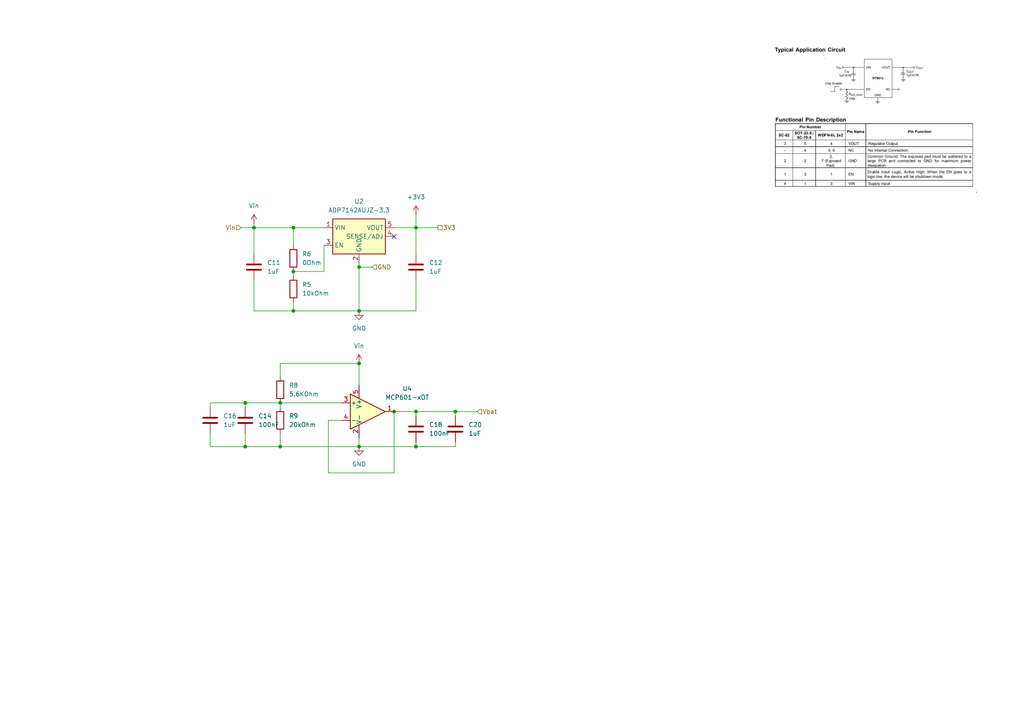
<source format=kicad_sch>
(kicad_sch (version 20250114) (generator "eeschema") (generator_version "9.0")
  (paper "A4")
  (lib_symbols
    (symbol "Amplifier_Operational:MCP601-xOT" (pin_names (offset 0.127))
      (property "Reference" "U" (at -1.27 6.35 0))
      (property "Value" "MCP601-xOT" (at -1.27 3.81 0))
      (symbol "MCP601-xOT_0_1"
        (polyline (pts (xy -5.08 5.08) (xy 5.08 0) (xy -5.08 -5.08) (xy -5.08 5.08)) (stroke (width 0.254)) (fill (type background)))
        (pin power_in line (at -2.54 7.62 270) (length 3.81) (name "V+") (number "5"))
        (pin power_in line (at -2.54 -7.62 90) (length 3.81) (name "V-") (number "2"))
      )
      (symbol "MCP601-xOT_1_1"
        (pin input line (at -7.62 2.54 0) (length 2.54) (name "+") (number "3"))
        (pin input line (at -7.62 -2.54 0) (length 2.54) (name "-") (number "4"))
        (pin output line (at 7.62 0 180) (length 2.54) (name "~") (number "1"))
      )
    )
    (symbol "Device:C" (pin_numbers (hide yes)) (pin_names (offset 0.254))
      (property "Reference" "C" (at 0.635 2.54 0))
      (property "Value" "C" (at 0.635 -2.54 0))
      (symbol "C_0_1"
        (polyline (pts (xy -2.032 0.762) (xy 2.032 0.762)) (stroke (width 0.508)))
        (polyline (pts (xy -2.032 -0.762) (xy 2.032 -0.762)) (stroke (width 0.508)))
      )
      (symbol "C_1_1"
        (pin passive line (at 0 3.81 270) (length 2.794) (name "~") (number "1"))
        (pin passive line (at 0 -3.81 90) (length 2.794) (name "~") (number "2"))
      )
    )
    (symbol "Device:R" (pin_numbers (hide yes)) (pin_names (offset 0))
      (property "Reference" "R" (at 2.032 0 90))
      (property "Value" "R" (at 0 0 90))
      (symbol "R_0_1"
        (rectangle (start -1.016 -2.54) (end 1.016 2.54) (stroke (width 0.254)))
      )
      (symbol "R_1_1"
        (pin passive line (at 0 3.81 270) (length 1.27) (name "~") (number "1"))
        (pin passive line (at 0 -3.81 90) (length 1.27) (name "~") (number "2"))
      )
    )
    (symbol "Regulator_Linear:ADP7142AUJZ-3.3"
      (property "Reference" "U" (at 0 8.89 0))
      (property "Value" "ADP7142AUJZ-3.3" (at 0 6.35 0))
      (symbol "ADP7142AUJZ-3.3_0_1"
        (rectangle (start -7.62 5.08) (end 7.62 -5.08) (stroke (width 0.254)) (fill (type background)))
      )
      (symbol "ADP7142AUJZ-3.3_1_1"
        (pin power_in line (at -10.16 2.54 0) (length 2.54) (name "VIN") (number "1"))
        (pin input line (at -10.16 -2.54 0) (length 2.54) (name "EN") (number "3"))
        (pin power_in line (at 0 -7.62 90) (length 2.54) (name "GND") (number "2"))
        (pin power_out line (at 10.16 2.54 180) (length 2.54) (name "VOUT") (number "5"))
        (pin input line (at 10.16 0 180) (length 2.54) (name "SENSE/ADJ") (number "4"))
      )
    )
    (symbol "power:+3V3" (power) (pin_numbers (hide yes)) (pin_names (offset 0) (hide yes))
      (property "Value" "+3V3" (at 0 3.556 0))
      (symbol "+3V3_0_1"
        (polyline (pts (xy -0.762 1.27) (xy 0 2.54)))
        (polyline (pts (xy 0 2.54) (xy 0.762 1.27)))
        (polyline (pts (xy 0 0) (xy 0 2.54)))
      )
      (symbol "+3V3_1_1"
        (pin power_in line (at 0 0 90) (length 0) (name "~") (number "1"))
      )
    )
    (symbol "power:GND" (power) (pin_numbers (hide yes)) (pin_names (offset 0) (hide yes))
      (property "Value" "GND" (at 0 -3.81 0))
      (symbol "GND_0_1"
        (polyline (pts (xy 0 0) (xy 0 -1.27) (xy 1.27 -1.27) (xy 0 -2.54) (xy -1.27 -1.27) (xy 0 -1.27)))
      )
      (symbol "GND_1_1"
        (pin power_in line (at 0 0 270) (length 0) (name "~") (number "1"))
      )
    )
  )
  (junction (at 120.65 66.04))
  (junction (at 71.12 116.84))
  (junction (at 71.12 129.54))
  (junction (at 104.14 90.17))
  (junction (at 120.65 119.38))
  (junction (at 85.09 90.17))
  (junction (at 104.14 105.41))
  (junction (at 85.09 78.74))
  (junction (at 81.28 129.54))
  (junction (at 81.28 116.84))
  (junction (at 104.14 77.47))
  (junction (at 120.65 129.54))
  (junction (at 85.09 66.04))
  (junction (at 73.66 66.04))
  (junction (at 114.3 119.38))
  (junction (at 132.08 119.38))
  (junction (at 104.14 129.54))
  (no_connect (at 114.3 68.58))
  (wire (pts (xy 120.65 81.28) (xy 120.65 90.17)))
  (wire (pts (xy 132.08 128.27) (xy 132.08 129.54)))
  (wire (pts (xy 71.12 129.54) (xy 81.28 129.54)))
  (wire (pts (xy 95.25 121.92) (xy 95.25 137.16)))
  (wire (pts (xy 85.09 66.04) (xy 85.09 71.12)))
  (wire (pts (xy 93.98 78.74) (xy 93.98 71.12)))
  (wire (pts (xy 81.28 116.84) (xy 81.28 118.11)))
  (wire (pts (xy 120.65 66.04) (xy 127 66.04)))
  (wire (pts (xy 104.14 76.2) (xy 104.14 77.47)))
  (wire (pts (xy 73.66 64.77) (xy 73.66 66.04)))
  (wire (pts (xy 60.96 125.73) (xy 60.96 129.54)))
  (wire (pts (xy 73.66 81.28) (xy 73.66 90.17)))
  (wire (pts (xy 114.3 66.04) (xy 120.65 66.04)))
  (wire (pts (xy 120.65 119.38) (xy 120.65 120.65)))
  (wire (pts (xy 60.96 118.11) (xy 60.96 116.84)))
  (wire (pts (xy 85.09 87.63) (xy 85.09 90.17)))
  (wire (pts (xy 81.28 116.84) (xy 99.06 116.84)))
  (wire (pts (xy 120.65 128.27) (xy 120.65 129.54)))
  (wire (pts (xy 95.25 137.16) (xy 114.3 137.16)))
  (wire (pts (xy 81.28 105.41) (xy 104.14 105.41)))
  (wire (pts (xy 60.96 116.84) (xy 71.12 116.84)))
  (wire (pts (xy 132.08 120.65) (xy 132.08 119.38)))
  (wire (pts (xy 60.96 129.54) (xy 71.12 129.54)))
  (wire (pts (xy 132.08 119.38) (xy 138.43 119.38)))
  (wire (pts (xy 114.3 119.38) (xy 114.3 137.16)))
  (wire (pts (xy 71.12 125.73) (xy 71.12 129.54)))
  (wire (pts (xy 132.08 119.38) (xy 120.65 119.38)))
  (wire (pts (xy 73.66 66.04) (xy 85.09 66.04)))
  (wire (pts (xy 104.14 77.47) (xy 104.14 90.17)))
  (wire (pts (xy 81.28 125.73) (xy 81.28 129.54)))
  (wire (pts (xy 71.12 118.11) (xy 71.12 116.84)))
  (wire (pts (xy 104.14 105.41) (xy 104.14 111.76)))
  (wire (pts (xy 73.66 90.17) (xy 85.09 90.17)))
  (wire (pts (xy 132.08 129.54) (xy 120.65 129.54)))
  (wire (pts (xy 120.65 66.04) (xy 120.65 73.66)))
  (wire (pts (xy 71.12 116.84) (xy 81.28 116.84)))
  (wire (pts (xy 85.09 78.74) (xy 85.09 80.01)))
  (wire (pts (xy 120.65 90.17) (xy 104.14 90.17)))
  (wire (pts (xy 73.66 66.04) (xy 73.66 73.66)))
  (wire (pts (xy 104.14 77.47) (xy 107.95 77.47)))
  (wire (pts (xy 104.14 129.54) (xy 120.65 129.54)))
  (wire (pts (xy 104.14 127) (xy 104.14 129.54)))
  (wire (pts (xy 69.85 66.04) (xy 73.66 66.04)))
  (wire (pts (xy 85.09 90.17) (xy 104.14 90.17)))
  (wire (pts (xy 85.09 66.04) (xy 93.98 66.04)))
  (wire (pts (xy 99.06 121.92) (xy 95.25 121.92)))
  (wire (pts (xy 81.28 129.54) (xy 104.14 129.54)))
  (wire (pts (xy 120.65 62.23) (xy 120.65 66.04)))
  (wire (pts (xy 114.3 119.38) (xy 120.65 119.38)))
  (wire (pts (xy 85.09 78.74) (xy 93.98 78.74)))
  (wire (pts (xy 81.28 109.22) (xy 81.28 105.41)))
  (image (at 253.492 34.798))
  (hierarchical_label "3V3" (shape passive) (at 127 66.04 0))
  (hierarchical_label "GND" (shape input) (at 107.95 77.47 0))
  (hierarchical_label "Vin" (shape input) (at 69.85 66.04 180))
  (hierarchical_label "Vbat" (shape input) (at 138.43 119.38 0))
  (symbol (lib_id "power:+3V3") (at 73.66 64.77 0) (unit 1)
    (property "Reference" "#PWR034" (effects (hide yes)))
    (property "Value" "Vin" (at 73.66 59.69 0))
    (property "Description" "Power symbol creates a global label with name \"+3V3\"" (effects (hide yes)))
  )
  (symbol (lib_id "Device:C") (at 120.65 124.46 0) (unit 1)
    (property "Reference" "C18" (at 124.46 123.1899 0) (effects (justify left)))
    (property "Value" "100nF" (at 124.46 125.7299 0) (effects (justify left)))
    (property "Footprint" "Capacitor_SMD:C_0603_1608Metric" (effects (hide yes)))
    (property "Description" "Unpolarized capacitor" (effects (hide yes)))
  )
  (symbol (lib_id "Device:R") (at 85.09 83.82 0) (unit 1)
    (property "Reference" "R5" (at 87.63 82.5499 0) (effects (justify left)))
    (property "Value" "10kOhm" (at 87.63 85.0899 0) (effects (justify left)))
    (property "Footprint" "Capacitor_SMD:C_0603_1608Metric" (effects (hide yes)))
    (property "Description" "Resistor" (effects (hide yes)))
  )
  (symbol (lib_id "Regulator_Linear:ADP7142AUJZ-3.3") (at 104.14 68.58 0) (unit 1)
    (property "Reference" "U2" (at 104.14 58.42 0))
    (property "Value" "ADP7142AUJZ-3.3" (at 104.14 60.96 0))
    (property "Footprint" "Package_TO_SOT_SMD:TSOT-23-5" (effects (hide yes)))
    (property "Datasheet" "https://www.analog.com/media/en/technical-documentation/data-sheets/ADP7142.pdf" (effects (hide yes)))
    (property "Description" "200mA, Low Noise, CMOS Low Dropout Regulator, Positive, 3.3V Fixed Output, TSOT-23-5" (effects (hide yes)))
  )
  (symbol (lib_id "power:GND") (at 104.14 129.54 0) (unit 1)
    (property "Reference" "#PWR023" (effects (hide yes)))
    (property "Value" "GND" (at 104.14 134.62 0))
    (property "Description" "Power symbol creates a global label with name \"GND\" , ground" (effects (hide yes)))
  )
  (symbol (lib_id "Device:C") (at 132.08 124.46 0) (unit 1)
    (property "Reference" "C20" (at 135.89 123.1899 0) (effects (justify left)))
    (property "Value" "1uF" (at 135.89 125.7299 0) (effects (justify left)))
    (property "Footprint" "Capacitor_SMD:C_0603_1608Metric" (effects (hide yes)))
    (property "Description" "Unpolarized capacitor" (effects (hide yes)))
  )
  (symbol (lib_id "Device:C") (at 60.96 121.92 0) (unit 1)
    (property "Reference" "C16" (at 64.77 120.6499 0) (effects (justify left)))
    (property "Value" "1uF" (at 64.77 123.1899 0) (effects (justify left)))
    (property "Footprint" "Capacitor_SMD:C_0603_1608Metric" (effects (hide yes)))
    (property "Description" "Unpolarized capacitor" (effects (hide yes)))
  )
  (symbol (lib_id "Device:R") (at 81.28 121.92 0) (unit 1)
    (property "Reference" "R9" (at 83.82 120.6499 0) (effects (justify left)))
    (property "Value" "20kOhm" (at 83.82 123.1899 0) (effects (justify left)))
    (property "Footprint" "Capacitor_SMD:C_0603_1608Metric" (effects (hide yes)))
    (property "Description" "Resistor" (effects (hide yes)))
  )
  (symbol (lib_id "Device:R") (at 81.28 113.03 180) (unit 1)
    (property "Reference" "R8" (at 83.82 111.7599 0) (effects (justify right)))
    (property "Value" "5.6KOhm" (at 83.82 114.2999 0) (effects (justify right)))
    (property "Footprint" "Capacitor_SMD:C_0603_1608Metric" (effects (hide yes)))
    (property "Description" "Resistor" (effects (hide yes)))
  )
  (symbol (lib_id "Amplifier_Operational:MCP601-xOT") (at 106.68 119.38 0) (unit 1)
    (property "Reference" "U4" (at 118.11 112.7161 0))
    (property "Value" "MCP601-xOT" (at 118.11 115.2561 0))
    (property "Footprint" "Package_TO_SOT_SMD:SOT-23-5" (effects (hide yes)))
    (property "Datasheet" "http://ww1.microchip.com/downloads/en/DeviceDoc/21314g.pdf" (effects (hide yes)))
    (property "Description" "Single 2.7V to 6.0V Single Supply CMOS Op Amps, SOT-23-5" (effects (hide yes)))
  )
  (symbol (lib_id "Device:C") (at 120.65 77.47 0) (unit 1)
    (property "Reference" "C12" (at 124.46 76.1999 0) (effects (justify left)))
    (property "Value" "1uF" (at 124.46 78.7399 0) (effects (justify left)))
    (property "Footprint" "Capacitor_SMD:C_0603_1608Metric" (effects (hide yes)))
    (property "Description" "Unpolarized capacitor" (effects (hide yes)))
  )
  (symbol (lib_id "Device:C") (at 73.66 77.47 0) (unit 1)
    (property "Reference" "C11" (at 77.47 76.1999 0) (effects (justify left)))
    (property "Value" "1uF" (at 77.47 78.7399 0) (effects (justify left)))
    (property "Footprint" "Capacitor_SMD:C_0603_1608Metric" (effects (hide yes)))
    (property "Description" "Unpolarized capacitor" (effects (hide yes)))
  )
  (symbol (lib_id "power:+3V3") (at 104.14 105.41 0) (unit 1)
    (property "Reference" "#PWR031" (effects (hide yes)))
    (property "Value" "Vin" (at 104.14 100.33 0))
    (property "Description" "Power symbol creates a global label with name \"+3V3\"" (effects (hide yes)))
  )
  (symbol (lib_id "power:+3V3") (at 120.65 62.23 0) (unit 1)
    (property "Reference" "#PWR018" (effects (hide yes)))
    (property "Value" "+3V3" (at 120.65 57.15 0))
    (property "Description" "Power symbol creates a global label with name \"+3V3\"" (effects (hide yes)))
  )
  (symbol (lib_id "Device:R") (at 85.09 74.93 180) (unit 1)
    (property "Reference" "R6" (at 87.63 73.6599 0) (effects (justify right)))
    (property "Value" "0Ohm" (at 87.63 76.1999 0) (effects (justify right)))
    (property "Footprint" "Capacitor_SMD:C_0603_1608Metric" (effects (hide yes)))
    (property "Description" "Resistor" (effects (hide yes)))
  )
  (symbol (lib_id "power:GND") (at 104.14 90.17 0) (unit 1)
    (property "Reference" "#PWR019" (effects (hide yes)))
    (property "Value" "GND" (at 104.14 95.25 0))
    (property "Description" "Power symbol creates a global label with name \"GND\" , ground" (effects (hide yes)))
  )
  (symbol (lib_id "Device:C") (at 71.12 121.92 0) (unit 1)
    (property "Reference" "C14" (at 74.93 120.6499 0) (effects (justify left)))
    (property "Value" "100nF" (at 74.93 123.1899 0) (effects (justify left)))
    (property "Footprint" "Capacitor_SMD:C_0603_1608Metric" (effects (hide yes)))
    (property "Description" "Unpolarized capacitor" (effects (hide yes)))
  )
)
</source>
